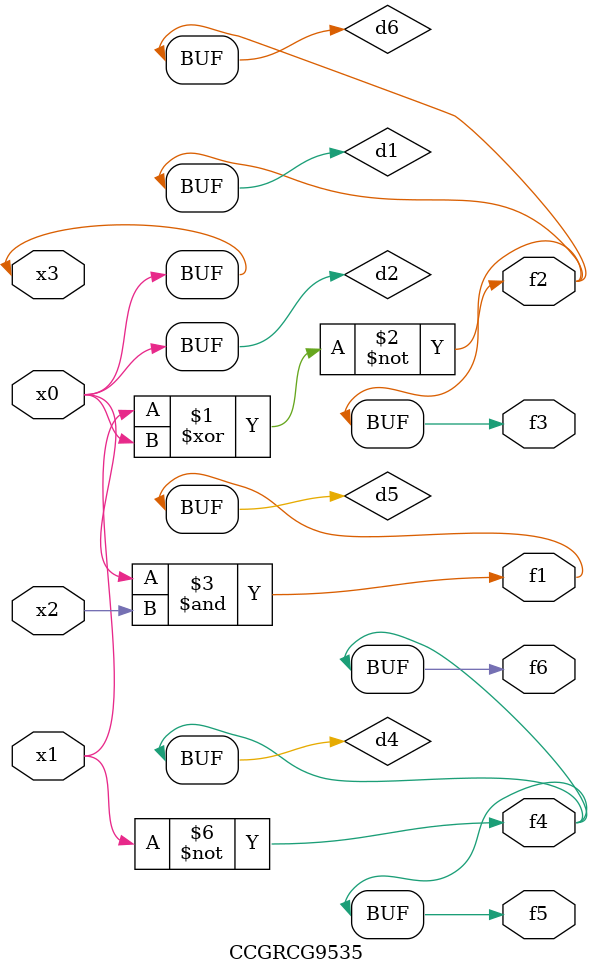
<source format=v>
module CCGRCG9535(
	input x0, x1, x2, x3,
	output f1, f2, f3, f4, f5, f6
);

	wire d1, d2, d3, d4, d5, d6;

	xnor (d1, x1, x3);
	buf (d2, x0, x3);
	nand (d3, x0, x2);
	not (d4, x1);
	nand (d5, d3);
	or (d6, d1);
	assign f1 = d5;
	assign f2 = d6;
	assign f3 = d6;
	assign f4 = d4;
	assign f5 = d4;
	assign f6 = d4;
endmodule

</source>
